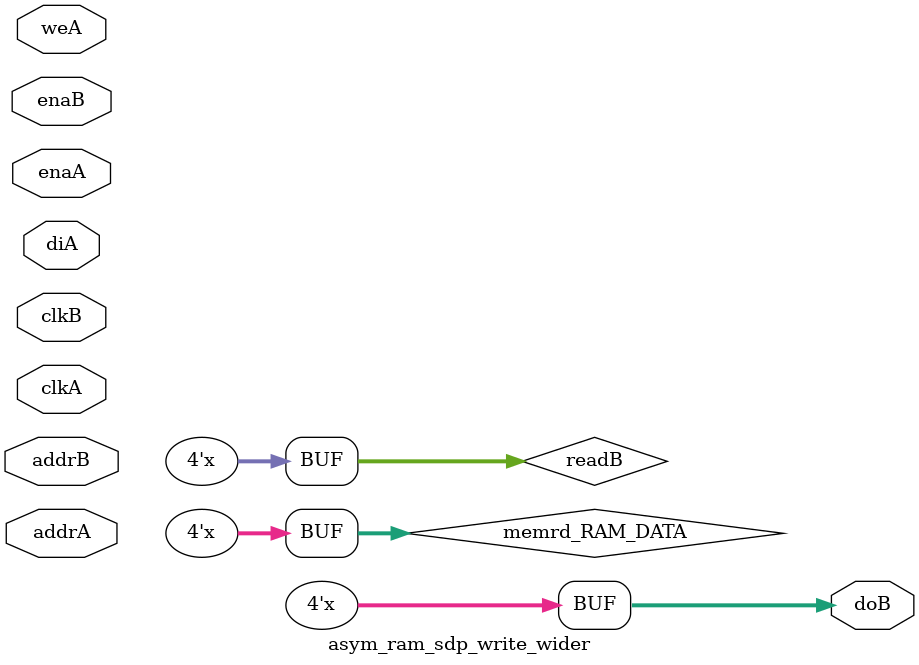
<source format=v>
/* Generated by Yosys 0.55+46 (git sha1 aa1daa702, g++ 11.4.0-1ubuntu1~22.04 -fPIC -O3) */

(* top =  1  *)
(* dynports =  1  *)
(* src = "dut.sv:4.1-71.10" *)
module asym_ram_sdp_write_wider(clkA, clkB, weA, enaA, enaB, addrA, addrB, diA, doB);
  (* src = "dut.sv:4.63-4.68" *)
  input [7:0] addrA;
  wire [7:0] addrA;
  (* src = "dut.sv:4.70-4.75" *)
  input [9:0] addrB;
  wire [9:0] addrB;
  (* src = "dut.sv:4.34-4.38" *)
  input clkA;
  wire clkA;
  (* src = "dut.sv:4.40-4.44" *)
  input clkB;
  wire clkB;
  (* src = "dut.sv:4.77-4.80" *)
  input [15:0] diA;
  wire [15:0] diA;
  (* src = "dut.sv:4.82-4.85" *)
  output [3:0] doB;
  wire [3:0] doB;
  (* src = "dut.sv:4.51-4.55" *)
  input enaA;
  wire enaA;
  (* src = "dut.sv:4.57-4.61" *)
  input enaB;
  wire enaB;
  wire [3:0] memrd_RAM_DATA;
  (* \reg  = 32'd1 *)
  (* src = "dut.sv:50.19-50.24" *)
  wire [3:0] readB;
  (* src = "dut.sv:4.46-4.49" *)
  input weA;
  wire weA;
  assign doB = 4'hx;
  assign memrd_RAM_DATA = 4'hx;
  assign readB = 4'hx;
endmodule

</source>
